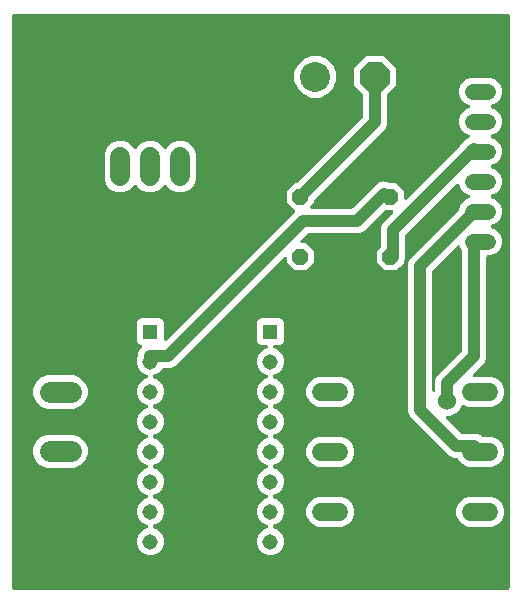
<source format=gbr>
G04 EAGLE Gerber RS-274X export*
G75*
%MOMM*%
%FSLAX34Y34*%
%LPD*%
%INBottom Copper*%
%IPPOS*%
%AMOC8*
5,1,8,0,0,1.08239X$1,22.5*%
G01*
%ADD10R,1.308000X1.308000*%
%ADD11C,1.308000*%
%ADD12C,2.540000*%
%ADD13P,2.749271X8X22.500000*%
%ADD14C,1.524000*%
%ADD15C,1.676400*%
%ADD16P,1.429621X8X22.500000*%
%ADD17C,1.320800*%
%ADD18C,1.790700*%
%ADD19C,1.016000*%
%ADD20C,1.524000*%

G36*
X417188Y22876D02*
X417188Y22876D01*
X417307Y22883D01*
X417345Y22896D01*
X417386Y22901D01*
X417496Y22944D01*
X417609Y22981D01*
X417644Y23003D01*
X417681Y23018D01*
X417777Y23087D01*
X417878Y23151D01*
X417906Y23181D01*
X417939Y23204D01*
X418015Y23296D01*
X418096Y23383D01*
X418116Y23418D01*
X418141Y23449D01*
X418192Y23557D01*
X418250Y23661D01*
X418260Y23701D01*
X418277Y23737D01*
X418299Y23854D01*
X418329Y23969D01*
X418333Y24029D01*
X418337Y24049D01*
X418335Y24070D01*
X418339Y24130D01*
X418339Y509170D01*
X418324Y509288D01*
X418317Y509407D01*
X418304Y509445D01*
X418299Y509486D01*
X418256Y509596D01*
X418219Y509709D01*
X418197Y509744D01*
X418182Y509781D01*
X418113Y509877D01*
X418049Y509978D01*
X418019Y510006D01*
X417996Y510039D01*
X417904Y510115D01*
X417817Y510196D01*
X417782Y510216D01*
X417751Y510241D01*
X417643Y510292D01*
X417539Y510350D01*
X417499Y510360D01*
X417463Y510377D01*
X417346Y510399D01*
X417231Y510429D01*
X417171Y510433D01*
X417151Y510437D01*
X417130Y510435D01*
X417070Y510439D01*
X121095Y510439D01*
X121009Y510429D01*
X120924Y510428D01*
X120790Y510401D01*
X120779Y510399D01*
X120775Y510398D01*
X120766Y510396D01*
X120353Y510285D01*
X108247Y510285D01*
X107834Y510396D01*
X107749Y510408D01*
X107666Y510429D01*
X107530Y510438D01*
X107519Y510439D01*
X107514Y510439D01*
X107505Y510439D01*
X-1270Y510439D01*
X-1388Y510424D01*
X-1507Y510417D01*
X-1545Y510404D01*
X-1586Y510399D01*
X-1696Y510356D01*
X-1809Y510319D01*
X-1844Y510297D01*
X-1881Y510282D01*
X-1977Y510213D01*
X-2078Y510149D01*
X-2106Y510119D01*
X-2139Y510096D01*
X-2215Y510004D01*
X-2296Y509917D01*
X-2316Y509882D01*
X-2341Y509851D01*
X-2392Y509743D01*
X-2450Y509639D01*
X-2460Y509599D01*
X-2477Y509563D01*
X-2499Y509446D01*
X-2529Y509331D01*
X-2533Y509271D01*
X-2537Y509251D01*
X-2535Y509230D01*
X-2539Y509170D01*
X-2539Y24130D01*
X-2524Y24012D01*
X-2517Y23893D01*
X-2504Y23855D01*
X-2499Y23814D01*
X-2456Y23704D01*
X-2419Y23591D01*
X-2397Y23556D01*
X-2382Y23519D01*
X-2313Y23423D01*
X-2249Y23322D01*
X-2219Y23294D01*
X-2196Y23261D01*
X-2104Y23185D01*
X-2017Y23104D01*
X-1982Y23084D01*
X-1951Y23059D01*
X-1843Y23008D01*
X-1739Y22950D01*
X-1699Y22940D01*
X-1663Y22923D01*
X-1546Y22901D01*
X-1431Y22871D01*
X-1371Y22867D01*
X-1351Y22863D01*
X-1330Y22865D01*
X-1270Y22861D01*
X417070Y22861D01*
X417188Y22876D01*
G37*
%LPC*%
G36*
X111988Y51879D02*
X111988Y51879D01*
X107717Y53648D01*
X104448Y56917D01*
X102679Y61188D01*
X102679Y65812D01*
X104448Y70083D01*
X107717Y73352D01*
X111763Y75027D01*
X111884Y75096D01*
X112007Y75161D01*
X112022Y75175D01*
X112039Y75185D01*
X112139Y75282D01*
X112242Y75375D01*
X112253Y75392D01*
X112268Y75406D01*
X112341Y75525D01*
X112417Y75641D01*
X112423Y75660D01*
X112434Y75677D01*
X112475Y75810D01*
X112520Y75942D01*
X112522Y75962D01*
X112528Y75981D01*
X112534Y76120D01*
X112545Y76259D01*
X112542Y76279D01*
X112543Y76299D01*
X112515Y76435D01*
X112491Y76572D01*
X112483Y76591D01*
X112478Y76610D01*
X112417Y76736D01*
X112360Y76862D01*
X112348Y76878D01*
X112339Y76896D01*
X112248Y77002D01*
X112162Y77110D01*
X112146Y77123D01*
X112132Y77138D01*
X112019Y77218D01*
X111908Y77302D01*
X111882Y77314D01*
X111872Y77321D01*
X111853Y77328D01*
X111763Y77373D01*
X107717Y79048D01*
X104448Y82317D01*
X102679Y86588D01*
X102679Y91212D01*
X104448Y95483D01*
X107717Y98752D01*
X111763Y100427D01*
X111884Y100496D01*
X112007Y100561D01*
X112022Y100575D01*
X112039Y100585D01*
X112139Y100682D01*
X112242Y100775D01*
X112253Y100792D01*
X112268Y100806D01*
X112341Y100925D01*
X112417Y101041D01*
X112423Y101060D01*
X112434Y101077D01*
X112475Y101210D01*
X112520Y101342D01*
X112522Y101362D01*
X112528Y101381D01*
X112534Y101520D01*
X112545Y101659D01*
X112542Y101679D01*
X112543Y101699D01*
X112515Y101835D01*
X112491Y101972D01*
X112483Y101991D01*
X112478Y102010D01*
X112417Y102136D01*
X112360Y102262D01*
X112348Y102278D01*
X112339Y102296D01*
X112248Y102402D01*
X112162Y102510D01*
X112146Y102523D01*
X112132Y102538D01*
X112019Y102618D01*
X111908Y102702D01*
X111882Y102714D01*
X111872Y102721D01*
X111853Y102728D01*
X111763Y102773D01*
X107717Y104448D01*
X104448Y107717D01*
X102679Y111988D01*
X102679Y116612D01*
X104448Y120883D01*
X107717Y124152D01*
X111763Y125827D01*
X111884Y125896D01*
X112007Y125961D01*
X112022Y125975D01*
X112039Y125985D01*
X112139Y126082D01*
X112242Y126175D01*
X112253Y126192D01*
X112268Y126206D01*
X112341Y126325D01*
X112417Y126441D01*
X112423Y126460D01*
X112434Y126477D01*
X112475Y126610D01*
X112520Y126742D01*
X112522Y126762D01*
X112528Y126781D01*
X112534Y126920D01*
X112545Y127059D01*
X112542Y127079D01*
X112543Y127099D01*
X112515Y127235D01*
X112491Y127372D01*
X112483Y127391D01*
X112478Y127410D01*
X112417Y127536D01*
X112360Y127662D01*
X112348Y127678D01*
X112339Y127696D01*
X112248Y127802D01*
X112162Y127910D01*
X112146Y127923D01*
X112132Y127938D01*
X112019Y128018D01*
X111908Y128102D01*
X111882Y128114D01*
X111872Y128121D01*
X111853Y128128D01*
X111763Y128173D01*
X107717Y129848D01*
X104448Y133117D01*
X102679Y137388D01*
X102679Y142012D01*
X104448Y146283D01*
X107717Y149552D01*
X111763Y151227D01*
X111884Y151296D01*
X112007Y151361D01*
X112022Y151375D01*
X112039Y151385D01*
X112139Y151482D01*
X112242Y151575D01*
X112253Y151592D01*
X112268Y151606D01*
X112341Y151725D01*
X112417Y151841D01*
X112423Y151860D01*
X112434Y151877D01*
X112475Y152010D01*
X112520Y152142D01*
X112522Y152162D01*
X112528Y152181D01*
X112534Y152320D01*
X112545Y152459D01*
X112542Y152479D01*
X112543Y152499D01*
X112515Y152635D01*
X112491Y152772D01*
X112483Y152791D01*
X112478Y152810D01*
X112417Y152936D01*
X112360Y153062D01*
X112348Y153078D01*
X112339Y153096D01*
X112248Y153202D01*
X112162Y153310D01*
X112146Y153323D01*
X112132Y153338D01*
X112019Y153418D01*
X111908Y153502D01*
X111882Y153514D01*
X111872Y153521D01*
X111853Y153528D01*
X111763Y153573D01*
X107717Y155248D01*
X104448Y158517D01*
X102679Y162788D01*
X102679Y167412D01*
X104448Y171683D01*
X107717Y174952D01*
X111763Y176627D01*
X111884Y176696D01*
X112007Y176761D01*
X112022Y176775D01*
X112039Y176785D01*
X112139Y176882D01*
X112242Y176975D01*
X112253Y176992D01*
X112268Y177006D01*
X112341Y177125D01*
X112417Y177241D01*
X112423Y177260D01*
X112434Y177277D01*
X112475Y177410D01*
X112520Y177542D01*
X112522Y177562D01*
X112528Y177581D01*
X112534Y177720D01*
X112545Y177859D01*
X112542Y177879D01*
X112543Y177899D01*
X112515Y178035D01*
X112491Y178172D01*
X112483Y178191D01*
X112478Y178210D01*
X112417Y178336D01*
X112360Y178462D01*
X112348Y178478D01*
X112339Y178496D01*
X112248Y178602D01*
X112162Y178710D01*
X112146Y178723D01*
X112132Y178738D01*
X112019Y178818D01*
X111908Y178902D01*
X111882Y178914D01*
X111872Y178921D01*
X111853Y178928D01*
X111763Y178973D01*
X107717Y180648D01*
X104448Y183917D01*
X102679Y188188D01*
X102679Y192812D01*
X104448Y197083D01*
X107717Y200352D01*
X111763Y202027D01*
X111884Y202096D01*
X112007Y202161D01*
X112022Y202175D01*
X112039Y202185D01*
X112139Y202282D01*
X112242Y202375D01*
X112253Y202392D01*
X112268Y202406D01*
X112341Y202525D01*
X112417Y202641D01*
X112423Y202660D01*
X112434Y202677D01*
X112475Y202810D01*
X112520Y202942D01*
X112522Y202962D01*
X112528Y202981D01*
X112534Y203120D01*
X112545Y203259D01*
X112542Y203279D01*
X112543Y203299D01*
X112515Y203435D01*
X112491Y203572D01*
X112483Y203591D01*
X112478Y203610D01*
X112417Y203736D01*
X112360Y203862D01*
X112348Y203878D01*
X112339Y203896D01*
X112248Y204002D01*
X112162Y204110D01*
X112146Y204123D01*
X112132Y204138D01*
X112019Y204218D01*
X111908Y204302D01*
X111882Y204314D01*
X111872Y204321D01*
X111853Y204328D01*
X111763Y204373D01*
X107717Y206048D01*
X104448Y209317D01*
X102679Y213588D01*
X102679Y218212D01*
X104043Y221503D01*
X104045Y221512D01*
X104050Y221520D01*
X104087Y221665D01*
X104127Y221810D01*
X104127Y221819D01*
X104129Y221828D01*
X104139Y221989D01*
X104139Y223001D01*
X105686Y226736D01*
X106736Y227785D01*
X106766Y227824D01*
X106803Y227858D01*
X106864Y227950D01*
X106931Y228037D01*
X106950Y228082D01*
X106978Y228124D01*
X107013Y228228D01*
X107057Y228328D01*
X107065Y228378D01*
X107081Y228424D01*
X107090Y228534D01*
X107107Y228643D01*
X107102Y228692D01*
X107106Y228742D01*
X107087Y228850D01*
X107077Y228959D01*
X107060Y229006D01*
X107052Y229055D01*
X107007Y229155D01*
X106970Y229258D01*
X106942Y229300D01*
X106921Y229345D01*
X106853Y229431D01*
X106791Y229522D01*
X106754Y229554D01*
X106723Y229593D01*
X106635Y229659D01*
X106553Y229732D01*
X106508Y229755D01*
X106469Y229785D01*
X106324Y229855D01*
X104882Y230453D01*
X103453Y231882D01*
X102679Y233749D01*
X102679Y248851D01*
X103453Y250718D01*
X104882Y252147D01*
X106749Y252921D01*
X121851Y252921D01*
X123718Y252147D01*
X125147Y250718D01*
X125921Y248851D01*
X125921Y234794D01*
X125938Y234657D01*
X125940Y234635D01*
X125943Y234589D01*
X125945Y234582D01*
X125951Y234518D01*
X125958Y234499D01*
X125961Y234479D01*
X126012Y234350D01*
X126059Y234219D01*
X126070Y234202D01*
X126078Y234183D01*
X126159Y234071D01*
X126237Y233956D01*
X126253Y233942D01*
X126264Y233926D01*
X126372Y233837D01*
X126476Y233745D01*
X126494Y233736D01*
X126509Y233723D01*
X126635Y233664D01*
X126759Y233601D01*
X126779Y233596D01*
X126797Y233588D01*
X126933Y233561D01*
X127069Y233531D01*
X127090Y233532D01*
X127109Y233528D01*
X127248Y233536D01*
X127387Y233541D01*
X127407Y233546D01*
X127427Y233547D01*
X127559Y233590D01*
X127693Y233629D01*
X127710Y233639D01*
X127729Y233646D01*
X127847Y233720D01*
X127967Y233791D01*
X127988Y233809D01*
X127998Y233816D01*
X128012Y233831D01*
X128087Y233897D01*
X235048Y340857D01*
X236385Y342195D01*
X236458Y342289D01*
X236537Y342378D01*
X236556Y342414D01*
X236580Y342446D01*
X236628Y342555D01*
X236682Y342661D01*
X236691Y342701D01*
X236707Y342738D01*
X236725Y342856D01*
X236751Y342972D01*
X236750Y343012D01*
X236757Y343052D01*
X236745Y343171D01*
X236742Y343290D01*
X236731Y343328D01*
X236727Y343369D01*
X236686Y343481D01*
X236653Y343595D01*
X236633Y343630D01*
X236619Y343668D01*
X236552Y343767D01*
X236492Y343869D01*
X236452Y343914D01*
X236441Y343931D01*
X236425Y343945D01*
X236385Y343990D01*
X229615Y350760D01*
X229615Y360440D01*
X236460Y367285D01*
X238090Y367285D01*
X238188Y367297D01*
X238287Y367300D01*
X238345Y367317D01*
X238405Y367325D01*
X238497Y367361D01*
X238592Y367389D01*
X238644Y367419D01*
X238701Y367442D01*
X238781Y367500D01*
X238866Y367550D01*
X238942Y367616D01*
X238958Y367628D01*
X238966Y367638D01*
X238987Y367656D01*
X294268Y422937D01*
X294328Y423015D01*
X294396Y423087D01*
X294425Y423140D01*
X294462Y423188D01*
X294502Y423279D01*
X294550Y423366D01*
X294565Y423424D01*
X294589Y423480D01*
X294604Y423578D01*
X294629Y423674D01*
X294635Y423774D01*
X294639Y423794D01*
X294637Y423806D01*
X294639Y423834D01*
X294639Y441689D01*
X294627Y441787D01*
X294624Y441886D01*
X294607Y441945D01*
X294599Y442005D01*
X294563Y442097D01*
X294535Y442192D01*
X294505Y442244D01*
X294482Y442300D01*
X294424Y442380D01*
X294374Y442466D01*
X294308Y442541D01*
X294296Y442558D01*
X294286Y442566D01*
X294268Y442587D01*
X287019Y449835D01*
X287019Y464565D01*
X297435Y474981D01*
X312165Y474981D01*
X322581Y464565D01*
X322581Y449835D01*
X315332Y442587D01*
X315272Y442508D01*
X315204Y442436D01*
X315175Y442383D01*
X315138Y442335D01*
X315098Y442244D01*
X315050Y442158D01*
X315035Y442099D01*
X315011Y442044D01*
X314996Y441946D01*
X314971Y441850D01*
X314965Y441750D01*
X314961Y441730D01*
X314963Y441717D01*
X314961Y441689D01*
X314961Y417079D01*
X313414Y413344D01*
X253356Y353287D01*
X253296Y353209D01*
X253228Y353137D01*
X253199Y353084D01*
X253162Y353036D01*
X253122Y352945D01*
X253074Y352858D01*
X253059Y352800D01*
X253035Y352744D01*
X253020Y352646D01*
X252995Y352550D01*
X252989Y352450D01*
X252985Y352430D01*
X252987Y352418D01*
X252985Y352390D01*
X252985Y350760D01*
X249832Y347607D01*
X249747Y347498D01*
X249658Y347391D01*
X249650Y347372D01*
X249637Y347356D01*
X249582Y347228D01*
X249523Y347103D01*
X249519Y347083D01*
X249511Y347064D01*
X249489Y346926D01*
X249463Y346790D01*
X249464Y346770D01*
X249461Y346750D01*
X249474Y346611D01*
X249483Y346473D01*
X249489Y346454D01*
X249491Y346434D01*
X249538Y346302D01*
X249581Y346171D01*
X249592Y346153D01*
X249598Y346134D01*
X249677Y346019D01*
X249751Y345902D01*
X249766Y345888D01*
X249777Y345871D01*
X249881Y345779D01*
X249983Y345684D01*
X250000Y345674D01*
X250015Y345661D01*
X250140Y345597D01*
X250261Y345530D01*
X250281Y345525D01*
X250299Y345516D01*
X250435Y345486D01*
X250569Y345451D01*
X250597Y345449D01*
X250609Y345446D01*
X250629Y345447D01*
X250730Y345441D01*
X284826Y345441D01*
X284924Y345453D01*
X285023Y345456D01*
X285081Y345473D01*
X285141Y345481D01*
X285233Y345517D01*
X285328Y345545D01*
X285380Y345575D01*
X285437Y345598D01*
X285517Y345656D01*
X285602Y345706D01*
X285678Y345772D01*
X285694Y345784D01*
X285702Y345794D01*
X285723Y345812D01*
X303924Y364013D01*
X304000Y364111D01*
X304080Y364204D01*
X304107Y364249D01*
X304119Y364264D01*
X304127Y364284D01*
X304161Y364343D01*
X304236Y364492D01*
X305456Y365550D01*
X305470Y365566D01*
X305522Y365612D01*
X306664Y366754D01*
X306818Y366817D01*
X306925Y366879D01*
X307036Y366934D01*
X307078Y366966D01*
X307094Y366975D01*
X307109Y366990D01*
X307164Y367031D01*
X307290Y367140D01*
X308822Y367651D01*
X308841Y367660D01*
X308906Y367683D01*
X310399Y368301D01*
X310565Y368301D01*
X310688Y368316D01*
X310811Y368325D01*
X310862Y368338D01*
X310881Y368341D01*
X310900Y368348D01*
X310967Y368366D01*
X311124Y368418D01*
X312736Y368304D01*
X312757Y368305D01*
X312825Y368301D01*
X314441Y368301D01*
X314595Y368237D01*
X314714Y368204D01*
X314831Y368165D01*
X314883Y368158D01*
X314901Y368153D01*
X314923Y368153D01*
X314991Y368144D01*
X315156Y368132D01*
X316583Y367419D01*
X316634Y367401D01*
X316682Y367374D01*
X316783Y367348D01*
X316883Y367313D01*
X316937Y367309D01*
X316990Y367295D01*
X317150Y367285D01*
X322340Y367285D01*
X329185Y360440D01*
X329185Y354238D01*
X329202Y354101D01*
X329215Y353962D01*
X329222Y353943D01*
X329225Y353923D01*
X329276Y353794D01*
X329323Y353663D01*
X329334Y353646D01*
X329342Y353627D01*
X329423Y353515D01*
X329501Y353400D01*
X329517Y353386D01*
X329528Y353370D01*
X329636Y353281D01*
X329740Y353189D01*
X329758Y353180D01*
X329773Y353167D01*
X329899Y353108D01*
X330023Y353045D01*
X330043Y353040D01*
X330061Y353032D01*
X330197Y353005D01*
X330333Y352975D01*
X330354Y352976D01*
X330373Y352972D01*
X330512Y352980D01*
X330651Y352985D01*
X330671Y352990D01*
X330691Y352991D01*
X330823Y353034D01*
X330957Y353073D01*
X330974Y353083D01*
X330993Y353090D01*
X331111Y353164D01*
X331231Y353235D01*
X331252Y353253D01*
X331262Y353260D01*
X331276Y353275D01*
X331351Y353341D01*
X376206Y398196D01*
X376212Y398203D01*
X376219Y398209D01*
X376309Y398328D01*
X376401Y398447D01*
X376405Y398455D01*
X376410Y398463D01*
X376481Y398607D01*
X377190Y400319D01*
X380477Y403606D01*
X382189Y404315D01*
X382197Y404319D01*
X382206Y404322D01*
X382335Y404398D01*
X382465Y404472D01*
X382472Y404479D01*
X382480Y404484D01*
X382601Y404590D01*
X382864Y404854D01*
X383018Y404917D01*
X383125Y404979D01*
X383236Y405034D01*
X383278Y405066D01*
X383294Y405075D01*
X383309Y405090D01*
X383364Y405131D01*
X383490Y405240D01*
X383883Y405372D01*
X383906Y405382D01*
X383930Y405388D01*
X384049Y405451D01*
X384170Y405509D01*
X384189Y405525D01*
X384211Y405537D01*
X384311Y405627D01*
X384414Y405714D01*
X384428Y405734D01*
X384447Y405751D01*
X384521Y405863D01*
X384599Y405972D01*
X384608Y405996D01*
X384622Y406017D01*
X384665Y406144D01*
X384714Y406269D01*
X384717Y406294D01*
X384725Y406317D01*
X384735Y406451D01*
X384751Y406585D01*
X384748Y406609D01*
X384750Y406634D01*
X384727Y406767D01*
X384709Y406900D01*
X384700Y406923D01*
X384696Y406948D01*
X384640Y407070D01*
X384590Y407195D01*
X384575Y407215D01*
X384565Y407238D01*
X384481Y407343D01*
X384401Y407451D01*
X384382Y407467D01*
X384366Y407486D01*
X384259Y407567D01*
X384155Y407652D01*
X384132Y407662D01*
X384112Y407677D01*
X383968Y407748D01*
X380477Y409194D01*
X377190Y412481D01*
X375411Y416776D01*
X375411Y421424D01*
X377190Y425719D01*
X380477Y429006D01*
X384392Y430627D01*
X384512Y430696D01*
X384636Y430761D01*
X384650Y430775D01*
X384668Y430785D01*
X384768Y430882D01*
X384871Y430975D01*
X384882Y430992D01*
X384897Y431006D01*
X384969Y431124D01*
X385046Y431241D01*
X385052Y431260D01*
X385063Y431277D01*
X385104Y431410D01*
X385149Y431542D01*
X385150Y431562D01*
X385156Y431581D01*
X385163Y431720D01*
X385174Y431859D01*
X385171Y431879D01*
X385172Y431899D01*
X385143Y432035D01*
X385120Y432172D01*
X385111Y432190D01*
X385107Y432210D01*
X385046Y432336D01*
X384989Y432462D01*
X384976Y432478D01*
X384968Y432496D01*
X384877Y432602D01*
X384790Y432710D01*
X384774Y432723D01*
X384761Y432738D01*
X384647Y432818D01*
X384536Y432902D01*
X384511Y432914D01*
X384501Y432921D01*
X384482Y432928D01*
X384392Y432973D01*
X380477Y434594D01*
X377190Y437881D01*
X375411Y442176D01*
X375411Y446824D01*
X377190Y451119D01*
X380477Y454406D01*
X384772Y456185D01*
X402628Y456185D01*
X406923Y454406D01*
X410210Y451119D01*
X411989Y446824D01*
X411989Y442176D01*
X410210Y437881D01*
X406923Y434594D01*
X403008Y432973D01*
X402887Y432904D01*
X402764Y432839D01*
X402749Y432825D01*
X402732Y432815D01*
X402632Y432718D01*
X402529Y432625D01*
X402518Y432608D01*
X402503Y432594D01*
X402431Y432475D01*
X402354Y432359D01*
X402348Y432340D01*
X402337Y432323D01*
X402296Y432190D01*
X402251Y432058D01*
X402250Y432038D01*
X402244Y432019D01*
X402237Y431880D01*
X402226Y431741D01*
X402229Y431721D01*
X402228Y431701D01*
X402257Y431565D01*
X402280Y431428D01*
X402289Y431409D01*
X402293Y431390D01*
X402354Y431264D01*
X402411Y431138D01*
X402424Y431122D01*
X402432Y431104D01*
X402523Y430998D01*
X402610Y430890D01*
X402626Y430877D01*
X402639Y430862D01*
X402753Y430782D01*
X402864Y430698D01*
X402889Y430686D01*
X402899Y430679D01*
X402918Y430672D01*
X403008Y430627D01*
X406923Y429006D01*
X410210Y425719D01*
X411989Y421424D01*
X411989Y416776D01*
X410210Y412481D01*
X406923Y409194D01*
X403008Y407573D01*
X402887Y407504D01*
X402764Y407439D01*
X402749Y407425D01*
X402732Y407415D01*
X402632Y407318D01*
X402529Y407225D01*
X402518Y407208D01*
X402503Y407194D01*
X402431Y407075D01*
X402354Y406959D01*
X402348Y406940D01*
X402337Y406923D01*
X402296Y406790D01*
X402251Y406658D01*
X402250Y406638D01*
X402244Y406619D01*
X402237Y406480D01*
X402226Y406341D01*
X402229Y406321D01*
X402228Y406301D01*
X402257Y406165D01*
X402280Y406028D01*
X402289Y406009D01*
X402293Y405990D01*
X402354Y405864D01*
X402411Y405738D01*
X402424Y405722D01*
X402432Y405704D01*
X402523Y405598D01*
X402610Y405490D01*
X402626Y405477D01*
X402639Y405462D01*
X402753Y405382D01*
X402864Y405298D01*
X402889Y405286D01*
X402899Y405279D01*
X402918Y405272D01*
X403008Y405227D01*
X406923Y403606D01*
X410210Y400319D01*
X411989Y396024D01*
X411989Y391376D01*
X410210Y387081D01*
X406923Y383794D01*
X403008Y382173D01*
X402887Y382104D01*
X402764Y382039D01*
X402749Y382025D01*
X402732Y382015D01*
X402632Y381918D01*
X402529Y381825D01*
X402518Y381808D01*
X402503Y381794D01*
X402431Y381675D01*
X402354Y381559D01*
X402348Y381540D01*
X402337Y381523D01*
X402296Y381390D01*
X402251Y381258D01*
X402250Y381238D01*
X402244Y381219D01*
X402237Y381080D01*
X402226Y380941D01*
X402229Y380921D01*
X402228Y380901D01*
X402257Y380765D01*
X402280Y380628D01*
X402289Y380609D01*
X402293Y380590D01*
X402354Y380464D01*
X402411Y380338D01*
X402424Y380322D01*
X402432Y380304D01*
X402523Y380198D01*
X402610Y380090D01*
X402626Y380077D01*
X402639Y380062D01*
X402753Y379982D01*
X402864Y379898D01*
X402889Y379886D01*
X402899Y379879D01*
X402918Y379872D01*
X403008Y379827D01*
X406923Y378206D01*
X410210Y374919D01*
X411989Y370624D01*
X411989Y365976D01*
X410210Y361681D01*
X406923Y358394D01*
X403008Y356773D01*
X402887Y356704D01*
X402764Y356639D01*
X402749Y356625D01*
X402732Y356615D01*
X402632Y356518D01*
X402529Y356425D01*
X402518Y356408D01*
X402503Y356394D01*
X402431Y356275D01*
X402354Y356159D01*
X402348Y356140D01*
X402337Y356123D01*
X402296Y355990D01*
X402251Y355858D01*
X402250Y355838D01*
X402244Y355819D01*
X402237Y355680D01*
X402226Y355541D01*
X402229Y355521D01*
X402228Y355501D01*
X402257Y355365D01*
X402280Y355228D01*
X402289Y355209D01*
X402293Y355190D01*
X402354Y355064D01*
X402411Y354938D01*
X402424Y354922D01*
X402432Y354904D01*
X402523Y354798D01*
X402610Y354690D01*
X402626Y354677D01*
X402639Y354662D01*
X402753Y354582D01*
X402864Y354498D01*
X402889Y354486D01*
X402899Y354479D01*
X402918Y354472D01*
X403008Y354427D01*
X406923Y352806D01*
X410210Y349519D01*
X411989Y345224D01*
X411989Y340576D01*
X410210Y336281D01*
X406923Y332994D01*
X403008Y331373D01*
X402887Y331304D01*
X402764Y331239D01*
X402749Y331225D01*
X402732Y331215D01*
X402632Y331118D01*
X402529Y331025D01*
X402518Y331008D01*
X402503Y330994D01*
X402431Y330875D01*
X402354Y330759D01*
X402348Y330740D01*
X402337Y330723D01*
X402296Y330590D01*
X402251Y330458D01*
X402250Y330438D01*
X402244Y330419D01*
X402237Y330280D01*
X402226Y330141D01*
X402229Y330121D01*
X402228Y330101D01*
X402257Y329965D01*
X402280Y329828D01*
X402289Y329809D01*
X402293Y329790D01*
X402354Y329664D01*
X402411Y329538D01*
X402424Y329522D01*
X402432Y329504D01*
X402523Y329398D01*
X402610Y329290D01*
X402626Y329277D01*
X402639Y329262D01*
X402753Y329182D01*
X402864Y329098D01*
X402889Y329086D01*
X402899Y329079D01*
X402918Y329072D01*
X403008Y329027D01*
X406923Y327406D01*
X410210Y324119D01*
X411989Y319824D01*
X411989Y315176D01*
X410210Y310881D01*
X406923Y307594D01*
X402628Y305815D01*
X400050Y305815D01*
X399932Y305800D01*
X399813Y305793D01*
X399775Y305780D01*
X399734Y305775D01*
X399624Y305732D01*
X399511Y305695D01*
X399476Y305673D01*
X399439Y305658D01*
X399343Y305589D01*
X399242Y305525D01*
X399214Y305495D01*
X399181Y305472D01*
X399105Y305380D01*
X399024Y305293D01*
X399004Y305258D01*
X398979Y305227D01*
X398928Y305119D01*
X398870Y305015D01*
X398860Y304975D01*
X398843Y304939D01*
X398821Y304822D01*
X398791Y304707D01*
X398787Y304647D01*
X398783Y304627D01*
X398785Y304606D01*
X398781Y304546D01*
X398781Y218959D01*
X397234Y215224D01*
X387377Y205367D01*
X387292Y205258D01*
X387203Y205151D01*
X387194Y205132D01*
X387182Y205116D01*
X387127Y204988D01*
X387068Y204863D01*
X387064Y204843D01*
X387056Y204824D01*
X387034Y204686D01*
X387008Y204550D01*
X387009Y204530D01*
X387006Y204510D01*
X387019Y204371D01*
X387027Y204233D01*
X387034Y204214D01*
X387036Y204194D01*
X387083Y204062D01*
X387126Y203931D01*
X387136Y203913D01*
X387143Y203894D01*
X387221Y203779D01*
X387296Y203662D01*
X387310Y203648D01*
X387322Y203631D01*
X387426Y203539D01*
X387527Y203444D01*
X387545Y203434D01*
X387560Y203421D01*
X387684Y203357D01*
X387806Y203290D01*
X387825Y203285D01*
X387843Y203276D01*
X387979Y203246D01*
X388114Y203211D01*
X388142Y203209D01*
X388154Y203206D01*
X388174Y203207D01*
X388274Y203201D01*
X403846Y203201D01*
X408514Y201267D01*
X412087Y197694D01*
X414021Y193026D01*
X414021Y187974D01*
X412087Y183306D01*
X408514Y179733D01*
X403846Y177799D01*
X383554Y177799D01*
X379476Y179488D01*
X379361Y179520D01*
X379249Y179558D01*
X379208Y179562D01*
X379169Y179572D01*
X379050Y179574D01*
X378932Y179584D01*
X378892Y179577D01*
X378851Y179577D01*
X378736Y179550D01*
X378618Y179529D01*
X378581Y179513D01*
X378542Y179503D01*
X378437Y179447D01*
X378328Y179399D01*
X378297Y179373D01*
X378261Y179354D01*
X378173Y179274D01*
X378080Y179200D01*
X378056Y179168D01*
X378026Y179140D01*
X377960Y179041D01*
X377889Y178946D01*
X377862Y178892D01*
X377851Y178875D01*
X377844Y178855D01*
X377818Y178801D01*
X376527Y175686D01*
X372954Y172113D01*
X368286Y170179D01*
X365414Y170179D01*
X365277Y170162D01*
X365138Y170149D01*
X365119Y170142D01*
X365099Y170139D01*
X364970Y170088D01*
X364839Y170041D01*
X364822Y170030D01*
X364803Y170022D01*
X364691Y169941D01*
X364576Y169863D01*
X364562Y169847D01*
X364546Y169836D01*
X364457Y169728D01*
X364365Y169624D01*
X364356Y169606D01*
X364343Y169591D01*
X364284Y169465D01*
X364221Y169341D01*
X364216Y169321D01*
X364208Y169303D01*
X364181Y169167D01*
X364151Y169031D01*
X364152Y169010D01*
X364148Y168991D01*
X364156Y168852D01*
X364161Y168713D01*
X364166Y168693D01*
X364167Y168673D01*
X364210Y168541D01*
X364249Y168407D01*
X364259Y168390D01*
X364266Y168371D01*
X364340Y168253D01*
X364411Y168133D01*
X364429Y168112D01*
X364436Y168102D01*
X364451Y168088D01*
X364517Y168013D01*
X377217Y155312D01*
X377295Y155252D01*
X377367Y155184D01*
X377420Y155155D01*
X377468Y155118D01*
X377559Y155078D01*
X377646Y155030D01*
X377704Y155015D01*
X377760Y154991D01*
X377858Y154976D01*
X377954Y154951D01*
X378054Y154945D01*
X378074Y154941D01*
X378086Y154943D01*
X378114Y154941D01*
X390641Y154941D01*
X394376Y153394D01*
X394997Y152772D01*
X395075Y152712D01*
X395147Y152644D01*
X395200Y152615D01*
X395248Y152578D01*
X395339Y152538D01*
X395426Y152490D01*
X395484Y152475D01*
X395540Y152451D01*
X395638Y152436D01*
X395734Y152411D01*
X395834Y152405D01*
X395854Y152401D01*
X395866Y152403D01*
X395894Y152401D01*
X403846Y152401D01*
X408514Y150467D01*
X412087Y146894D01*
X414021Y142226D01*
X414021Y137174D01*
X412087Y132506D01*
X408514Y128933D01*
X403846Y126999D01*
X383554Y126999D01*
X378886Y128933D01*
X375313Y132506D01*
X374762Y133836D01*
X374747Y133861D01*
X374738Y133889D01*
X374669Y133999D01*
X374604Y134112D01*
X374584Y134133D01*
X374568Y134158D01*
X374473Y134247D01*
X374383Y134340D01*
X374358Y134356D01*
X374336Y134376D01*
X374223Y134439D01*
X374112Y134507D01*
X374084Y134515D01*
X374058Y134530D01*
X373932Y134562D01*
X373808Y134600D01*
X373779Y134602D01*
X373750Y134609D01*
X373589Y134619D01*
X371359Y134619D01*
X367624Y136166D01*
X334286Y169504D01*
X332739Y173239D01*
X332739Y299201D01*
X334286Y302936D01*
X375040Y343689D01*
X375100Y343767D01*
X375168Y343839D01*
X375197Y343892D01*
X375234Y343940D01*
X375274Y344031D01*
X375322Y344118D01*
X375337Y344176D01*
X375361Y344232D01*
X375376Y344330D01*
X375401Y344426D01*
X375407Y344526D01*
X375411Y344546D01*
X375409Y344558D01*
X375411Y344586D01*
X375411Y345224D01*
X377190Y349519D01*
X380477Y352806D01*
X384392Y354427D01*
X384512Y354496D01*
X384636Y354561D01*
X384650Y354575D01*
X384668Y354585D01*
X384768Y354682D01*
X384871Y354775D01*
X384882Y354792D01*
X384897Y354806D01*
X384969Y354924D01*
X385046Y355041D01*
X385052Y355060D01*
X385063Y355077D01*
X385104Y355210D01*
X385149Y355342D01*
X385150Y355362D01*
X385156Y355381D01*
X385163Y355520D01*
X385174Y355659D01*
X385171Y355679D01*
X385172Y355699D01*
X385143Y355835D01*
X385120Y355972D01*
X385111Y355990D01*
X385107Y356010D01*
X385046Y356136D01*
X384989Y356262D01*
X384976Y356278D01*
X384968Y356296D01*
X384877Y356402D01*
X384790Y356510D01*
X384774Y356523D01*
X384761Y356538D01*
X384647Y356618D01*
X384536Y356702D01*
X384511Y356714D01*
X384501Y356721D01*
X384482Y356728D01*
X384392Y356773D01*
X380477Y358394D01*
X377190Y361681D01*
X375351Y366120D01*
X375327Y366163D01*
X375310Y366210D01*
X375248Y366301D01*
X375194Y366396D01*
X375159Y366432D01*
X375131Y366473D01*
X375049Y366546D01*
X374973Y366625D01*
X374930Y366651D01*
X374893Y366684D01*
X374795Y366734D01*
X374702Y366791D01*
X374654Y366806D01*
X374610Y366828D01*
X374503Y366852D01*
X374398Y366885D01*
X374348Y366887D01*
X374300Y366898D01*
X374190Y366895D01*
X374080Y366900D01*
X374031Y366890D01*
X373982Y366888D01*
X373876Y366858D01*
X373768Y366835D01*
X373724Y366814D01*
X373676Y366800D01*
X373582Y366744D01*
X373483Y366696D01*
X373445Y366664D01*
X373402Y366638D01*
X373281Y366532D01*
X330572Y323823D01*
X330512Y323745D01*
X330444Y323673D01*
X330415Y323620D01*
X330378Y323572D01*
X330338Y323481D01*
X330290Y323394D01*
X330275Y323336D01*
X330251Y323280D01*
X330236Y323182D01*
X330211Y323086D01*
X330205Y322986D01*
X330201Y322966D01*
X330203Y322954D01*
X330201Y322926D01*
X330201Y302779D01*
X329281Y300559D01*
X329279Y300550D01*
X329274Y300542D01*
X329237Y300397D01*
X329197Y300253D01*
X329197Y300243D01*
X329195Y300234D01*
X329185Y300074D01*
X329185Y299960D01*
X329104Y299880D01*
X329099Y299872D01*
X329091Y299867D01*
X329001Y299747D01*
X328910Y299628D01*
X328906Y299620D01*
X328900Y299613D01*
X328829Y299468D01*
X328654Y299044D01*
X325796Y296186D01*
X325372Y296011D01*
X325364Y296006D01*
X325355Y296003D01*
X325227Y295928D01*
X325096Y295853D01*
X325089Y295847D01*
X325081Y295842D01*
X324960Y295736D01*
X322340Y293115D01*
X312660Y293115D01*
X305815Y299960D01*
X305815Y309640D01*
X309508Y313332D01*
X309568Y313410D01*
X309636Y313483D01*
X309665Y313536D01*
X309702Y313583D01*
X309742Y313674D01*
X309790Y313761D01*
X309805Y313820D01*
X309829Y313875D01*
X309844Y313973D01*
X309869Y314069D01*
X309875Y314169D01*
X309879Y314189D01*
X309877Y314202D01*
X309879Y314230D01*
X309879Y329681D01*
X311426Y333416D01*
X319759Y341749D01*
X319844Y341858D01*
X319933Y341965D01*
X319942Y341984D01*
X319954Y342000D01*
X320009Y342128D01*
X320068Y342253D01*
X320072Y342273D01*
X320080Y342292D01*
X320102Y342430D01*
X320128Y342566D01*
X320127Y342586D01*
X320130Y342606D01*
X320117Y342745D01*
X320109Y342883D01*
X320102Y342902D01*
X320100Y342922D01*
X320053Y343054D01*
X320010Y343185D01*
X320000Y343203D01*
X319993Y343222D01*
X319915Y343337D01*
X319840Y343454D01*
X319826Y343468D01*
X319814Y343485D01*
X319710Y343577D01*
X319609Y343672D01*
X319591Y343682D01*
X319576Y343695D01*
X319452Y343759D01*
X319330Y343826D01*
X319311Y343831D01*
X319293Y343840D01*
X319157Y343870D01*
X319022Y343905D01*
X318994Y343907D01*
X318982Y343910D01*
X318962Y343909D01*
X318862Y343915D01*
X313090Y343915D01*
X312992Y343903D01*
X312893Y343900D01*
X312835Y343883D01*
X312775Y343875D01*
X312683Y343839D01*
X312588Y343811D01*
X312536Y343781D01*
X312479Y343758D01*
X312399Y343700D01*
X312314Y343650D01*
X312238Y343584D01*
X312222Y343572D01*
X312214Y343562D01*
X312193Y343544D01*
X295316Y326666D01*
X291581Y325119D01*
X248574Y325119D01*
X248476Y325107D01*
X248377Y325104D01*
X248319Y325087D01*
X248259Y325079D01*
X248167Y325043D01*
X248072Y325015D01*
X248020Y324985D01*
X247963Y324962D01*
X247883Y324904D01*
X247798Y324854D01*
X247722Y324788D01*
X247706Y324776D01*
X247698Y324766D01*
X247677Y324748D01*
X241581Y318651D01*
X241496Y318542D01*
X241407Y318435D01*
X241398Y318416D01*
X241386Y318400D01*
X241331Y318272D01*
X241272Y318147D01*
X241268Y318127D01*
X241260Y318108D01*
X241238Y317970D01*
X241212Y317834D01*
X241213Y317814D01*
X241210Y317794D01*
X241223Y317655D01*
X241231Y317517D01*
X241238Y317498D01*
X241240Y317478D01*
X241287Y317346D01*
X241330Y317215D01*
X241340Y317197D01*
X241347Y317178D01*
X241425Y317063D01*
X241500Y316946D01*
X241514Y316932D01*
X241526Y316915D01*
X241630Y316823D01*
X241731Y316728D01*
X241749Y316718D01*
X241764Y316705D01*
X241888Y316641D01*
X242010Y316574D01*
X242029Y316569D01*
X242047Y316560D01*
X242183Y316530D01*
X242318Y316495D01*
X242346Y316493D01*
X242358Y316490D01*
X242378Y316491D01*
X242478Y316485D01*
X246140Y316485D01*
X252985Y309640D01*
X252985Y299960D01*
X246140Y293115D01*
X236460Y293115D01*
X229615Y299960D01*
X229615Y303622D01*
X229598Y303759D01*
X229585Y303898D01*
X229578Y303917D01*
X229575Y303937D01*
X229524Y304066D01*
X229477Y304197D01*
X229466Y304214D01*
X229458Y304233D01*
X229377Y304345D01*
X229299Y304460D01*
X229283Y304474D01*
X229272Y304490D01*
X229164Y304579D01*
X229060Y304671D01*
X229042Y304680D01*
X229027Y304693D01*
X228901Y304752D01*
X228777Y304815D01*
X228757Y304820D01*
X228739Y304828D01*
X228603Y304855D01*
X228467Y304885D01*
X228446Y304884D01*
X228427Y304888D01*
X228288Y304880D01*
X228149Y304875D01*
X228129Y304870D01*
X228109Y304869D01*
X227977Y304826D01*
X227843Y304787D01*
X227826Y304777D01*
X227807Y304770D01*
X227689Y304696D01*
X227569Y304625D01*
X227548Y304607D01*
X227538Y304600D01*
X227524Y304585D01*
X227449Y304519D01*
X135296Y212366D01*
X131561Y210819D01*
X125622Y210819D01*
X125592Y210816D01*
X125563Y210818D01*
X125435Y210796D01*
X125306Y210779D01*
X125279Y210769D01*
X125250Y210764D01*
X125131Y210710D01*
X125011Y210662D01*
X124987Y210645D01*
X124960Y210633D01*
X124858Y210552D01*
X124753Y210476D01*
X124734Y210453D01*
X124711Y210434D01*
X124633Y210331D01*
X124550Y210231D01*
X124538Y210204D01*
X124520Y210180D01*
X124449Y210036D01*
X124152Y209317D01*
X120883Y206048D01*
X116837Y204373D01*
X116716Y204304D01*
X116593Y204239D01*
X116578Y204225D01*
X116561Y204215D01*
X116461Y204118D01*
X116358Y204025D01*
X116347Y204008D01*
X116332Y203994D01*
X116260Y203876D01*
X116183Y203759D01*
X116177Y203740D01*
X116166Y203723D01*
X116125Y203590D01*
X116080Y203458D01*
X116078Y203438D01*
X116072Y203419D01*
X116066Y203280D01*
X116055Y203141D01*
X116058Y203121D01*
X116057Y203101D01*
X116085Y202965D01*
X116109Y202828D01*
X116117Y202809D01*
X116122Y202790D01*
X116183Y202665D01*
X116240Y202538D01*
X116252Y202522D01*
X116261Y202504D01*
X116352Y202398D01*
X116438Y202290D01*
X116454Y202277D01*
X116468Y202262D01*
X116581Y202182D01*
X116692Y202098D01*
X116718Y202086D01*
X116728Y202079D01*
X116747Y202072D01*
X116837Y202027D01*
X120883Y200352D01*
X124152Y197083D01*
X125921Y192812D01*
X125921Y188188D01*
X124152Y183917D01*
X120883Y180648D01*
X116837Y178973D01*
X116716Y178904D01*
X116593Y178839D01*
X116578Y178825D01*
X116561Y178815D01*
X116461Y178718D01*
X116358Y178625D01*
X116347Y178608D01*
X116332Y178594D01*
X116260Y178476D01*
X116183Y178359D01*
X116177Y178340D01*
X116166Y178323D01*
X116125Y178190D01*
X116080Y178058D01*
X116078Y178038D01*
X116072Y178019D01*
X116066Y177880D01*
X116055Y177741D01*
X116058Y177721D01*
X116057Y177701D01*
X116085Y177564D01*
X116109Y177428D01*
X116117Y177409D01*
X116122Y177390D01*
X116183Y177265D01*
X116240Y177138D01*
X116252Y177122D01*
X116261Y177104D01*
X116352Y176998D01*
X116438Y176890D01*
X116454Y176877D01*
X116468Y176862D01*
X116581Y176782D01*
X116692Y176698D01*
X116718Y176686D01*
X116728Y176679D01*
X116747Y176672D01*
X116837Y176627D01*
X120883Y174952D01*
X124152Y171683D01*
X125921Y167412D01*
X125921Y162788D01*
X124152Y158517D01*
X120883Y155248D01*
X116837Y153573D01*
X116716Y153504D01*
X116593Y153439D01*
X116578Y153425D01*
X116561Y153415D01*
X116461Y153318D01*
X116358Y153225D01*
X116347Y153208D01*
X116332Y153194D01*
X116260Y153076D01*
X116183Y152959D01*
X116177Y152940D01*
X116166Y152923D01*
X116125Y152790D01*
X116080Y152658D01*
X116078Y152638D01*
X116072Y152619D01*
X116066Y152480D01*
X116055Y152341D01*
X116058Y152321D01*
X116057Y152301D01*
X116085Y152165D01*
X116109Y152028D01*
X116117Y152009D01*
X116122Y151990D01*
X116183Y151865D01*
X116240Y151738D01*
X116252Y151722D01*
X116261Y151704D01*
X116352Y151598D01*
X116438Y151490D01*
X116454Y151477D01*
X116468Y151462D01*
X116581Y151382D01*
X116692Y151298D01*
X116718Y151286D01*
X116728Y151279D01*
X116747Y151272D01*
X116837Y151227D01*
X120883Y149552D01*
X124152Y146283D01*
X125921Y142012D01*
X125921Y137388D01*
X124152Y133117D01*
X120883Y129848D01*
X116837Y128173D01*
X116716Y128104D01*
X116593Y128039D01*
X116578Y128025D01*
X116561Y128015D01*
X116461Y127918D01*
X116358Y127825D01*
X116347Y127808D01*
X116332Y127794D01*
X116260Y127676D01*
X116183Y127559D01*
X116177Y127540D01*
X116166Y127523D01*
X116125Y127390D01*
X116080Y127258D01*
X116078Y127238D01*
X116072Y127219D01*
X116066Y127080D01*
X116055Y126941D01*
X116058Y126921D01*
X116057Y126901D01*
X116085Y126764D01*
X116109Y126628D01*
X116117Y126609D01*
X116122Y126590D01*
X116183Y126464D01*
X116240Y126338D01*
X116252Y126322D01*
X116261Y126304D01*
X116352Y126198D01*
X116438Y126090D01*
X116454Y126077D01*
X116468Y126062D01*
X116581Y125982D01*
X116692Y125898D01*
X116718Y125886D01*
X116728Y125879D01*
X116747Y125872D01*
X116837Y125827D01*
X120883Y124152D01*
X124152Y120883D01*
X125921Y116612D01*
X125921Y111988D01*
X124152Y107717D01*
X120883Y104448D01*
X116837Y102773D01*
X116716Y102704D01*
X116593Y102639D01*
X116578Y102625D01*
X116561Y102615D01*
X116461Y102518D01*
X116358Y102425D01*
X116347Y102408D01*
X116332Y102394D01*
X116260Y102276D01*
X116183Y102159D01*
X116177Y102140D01*
X116166Y102123D01*
X116125Y101990D01*
X116080Y101858D01*
X116078Y101838D01*
X116072Y101819D01*
X116066Y101680D01*
X116055Y101541D01*
X116058Y101521D01*
X116057Y101501D01*
X116085Y101365D01*
X116109Y101228D01*
X116117Y101209D01*
X116122Y101190D01*
X116183Y101065D01*
X116240Y100938D01*
X116252Y100922D01*
X116261Y100904D01*
X116352Y100798D01*
X116438Y100690D01*
X116454Y100677D01*
X116468Y100662D01*
X116581Y100582D01*
X116692Y100498D01*
X116718Y100486D01*
X116728Y100479D01*
X116747Y100472D01*
X116837Y100427D01*
X120883Y98752D01*
X124152Y95483D01*
X125921Y91212D01*
X125921Y86588D01*
X124152Y82317D01*
X120883Y79048D01*
X116837Y77373D01*
X116716Y77304D01*
X116593Y77239D01*
X116578Y77225D01*
X116561Y77215D01*
X116461Y77118D01*
X116358Y77025D01*
X116347Y77008D01*
X116332Y76994D01*
X116260Y76876D01*
X116183Y76759D01*
X116177Y76740D01*
X116166Y76723D01*
X116125Y76590D01*
X116080Y76458D01*
X116078Y76438D01*
X116072Y76419D01*
X116066Y76280D01*
X116055Y76141D01*
X116058Y76121D01*
X116057Y76101D01*
X116085Y75964D01*
X116109Y75828D01*
X116117Y75809D01*
X116122Y75790D01*
X116183Y75665D01*
X116240Y75538D01*
X116252Y75522D01*
X116261Y75504D01*
X116352Y75398D01*
X116438Y75290D01*
X116454Y75277D01*
X116468Y75262D01*
X116581Y75182D01*
X116692Y75098D01*
X116718Y75086D01*
X116728Y75079D01*
X116747Y75072D01*
X116837Y75027D01*
X120883Y73352D01*
X124152Y70083D01*
X125921Y65812D01*
X125921Y61188D01*
X124152Y56917D01*
X120883Y53648D01*
X116612Y51879D01*
X111988Y51879D01*
G37*
%LPD*%
%LPC*%
G36*
X213588Y51879D02*
X213588Y51879D01*
X209317Y53648D01*
X206048Y56917D01*
X204279Y61188D01*
X204279Y65812D01*
X206048Y70083D01*
X209317Y73352D01*
X213363Y75027D01*
X213484Y75096D01*
X213607Y75161D01*
X213622Y75175D01*
X213639Y75185D01*
X213739Y75282D01*
X213842Y75375D01*
X213853Y75392D01*
X213868Y75406D01*
X213941Y75525D01*
X214017Y75641D01*
X214023Y75660D01*
X214034Y75677D01*
X214075Y75810D01*
X214120Y75942D01*
X214122Y75962D01*
X214128Y75981D01*
X214134Y76120D01*
X214145Y76259D01*
X214142Y76279D01*
X214143Y76299D01*
X214115Y76435D01*
X214091Y76572D01*
X214083Y76591D01*
X214078Y76610D01*
X214017Y76736D01*
X213960Y76862D01*
X213948Y76878D01*
X213939Y76896D01*
X213848Y77002D01*
X213762Y77110D01*
X213746Y77123D01*
X213732Y77138D01*
X213619Y77218D01*
X213508Y77302D01*
X213482Y77314D01*
X213472Y77321D01*
X213453Y77328D01*
X213363Y77373D01*
X209317Y79048D01*
X206048Y82317D01*
X204279Y86588D01*
X204279Y91212D01*
X206048Y95483D01*
X209317Y98752D01*
X213363Y100427D01*
X213484Y100496D01*
X213607Y100561D01*
X213622Y100575D01*
X213639Y100585D01*
X213739Y100682D01*
X213842Y100775D01*
X213853Y100792D01*
X213868Y100806D01*
X213941Y100925D01*
X214017Y101041D01*
X214023Y101060D01*
X214034Y101077D01*
X214075Y101210D01*
X214120Y101342D01*
X214122Y101362D01*
X214128Y101381D01*
X214134Y101520D01*
X214145Y101659D01*
X214142Y101679D01*
X214143Y101699D01*
X214115Y101835D01*
X214091Y101972D01*
X214083Y101991D01*
X214078Y102010D01*
X214017Y102136D01*
X213960Y102262D01*
X213948Y102278D01*
X213939Y102296D01*
X213848Y102402D01*
X213762Y102510D01*
X213746Y102523D01*
X213732Y102538D01*
X213619Y102618D01*
X213508Y102702D01*
X213482Y102714D01*
X213472Y102721D01*
X213453Y102728D01*
X213363Y102773D01*
X209317Y104448D01*
X206048Y107717D01*
X204279Y111988D01*
X204279Y116612D01*
X206048Y120883D01*
X209317Y124152D01*
X213363Y125827D01*
X213484Y125896D01*
X213607Y125961D01*
X213622Y125975D01*
X213639Y125985D01*
X213739Y126082D01*
X213842Y126175D01*
X213853Y126192D01*
X213868Y126206D01*
X213941Y126325D01*
X214017Y126441D01*
X214023Y126460D01*
X214034Y126477D01*
X214075Y126610D01*
X214120Y126742D01*
X214122Y126762D01*
X214128Y126781D01*
X214134Y126920D01*
X214145Y127059D01*
X214142Y127079D01*
X214143Y127099D01*
X214115Y127235D01*
X214091Y127372D01*
X214083Y127391D01*
X214078Y127410D01*
X214017Y127536D01*
X213960Y127662D01*
X213948Y127678D01*
X213939Y127696D01*
X213848Y127802D01*
X213762Y127910D01*
X213746Y127923D01*
X213732Y127938D01*
X213619Y128018D01*
X213508Y128102D01*
X213482Y128114D01*
X213472Y128121D01*
X213453Y128128D01*
X213363Y128173D01*
X209317Y129848D01*
X206048Y133117D01*
X204279Y137388D01*
X204279Y142012D01*
X206048Y146283D01*
X209317Y149552D01*
X213363Y151227D01*
X213484Y151296D01*
X213607Y151361D01*
X213622Y151375D01*
X213639Y151385D01*
X213739Y151482D01*
X213842Y151575D01*
X213853Y151592D01*
X213868Y151606D01*
X213941Y151725D01*
X214017Y151841D01*
X214023Y151860D01*
X214034Y151877D01*
X214075Y152010D01*
X214120Y152142D01*
X214122Y152162D01*
X214128Y152181D01*
X214134Y152320D01*
X214145Y152459D01*
X214142Y152479D01*
X214143Y152499D01*
X214115Y152635D01*
X214091Y152772D01*
X214083Y152791D01*
X214078Y152810D01*
X214017Y152936D01*
X213960Y153062D01*
X213948Y153078D01*
X213939Y153096D01*
X213848Y153202D01*
X213762Y153310D01*
X213746Y153323D01*
X213732Y153338D01*
X213619Y153418D01*
X213508Y153502D01*
X213482Y153514D01*
X213472Y153521D01*
X213453Y153528D01*
X213363Y153573D01*
X209317Y155248D01*
X206048Y158517D01*
X204279Y162788D01*
X204279Y167412D01*
X206048Y171683D01*
X209317Y174952D01*
X213363Y176627D01*
X213484Y176696D01*
X213607Y176761D01*
X213622Y176775D01*
X213639Y176785D01*
X213739Y176882D01*
X213842Y176975D01*
X213853Y176992D01*
X213868Y177006D01*
X213941Y177125D01*
X214017Y177241D01*
X214023Y177260D01*
X214034Y177277D01*
X214075Y177410D01*
X214120Y177542D01*
X214122Y177562D01*
X214128Y177581D01*
X214134Y177720D01*
X214145Y177859D01*
X214142Y177879D01*
X214143Y177899D01*
X214115Y178035D01*
X214091Y178172D01*
X214083Y178191D01*
X214078Y178210D01*
X214017Y178336D01*
X213960Y178462D01*
X213948Y178478D01*
X213939Y178496D01*
X213848Y178602D01*
X213762Y178710D01*
X213746Y178723D01*
X213732Y178738D01*
X213619Y178818D01*
X213508Y178902D01*
X213482Y178914D01*
X213472Y178921D01*
X213453Y178928D01*
X213363Y178973D01*
X209317Y180648D01*
X206048Y183917D01*
X204279Y188188D01*
X204279Y192812D01*
X206048Y197083D01*
X209317Y200352D01*
X213363Y202027D01*
X213484Y202096D01*
X213607Y202161D01*
X213622Y202175D01*
X213639Y202185D01*
X213739Y202282D01*
X213842Y202375D01*
X213853Y202392D01*
X213868Y202406D01*
X213941Y202525D01*
X214017Y202641D01*
X214023Y202660D01*
X214034Y202677D01*
X214075Y202810D01*
X214120Y202942D01*
X214122Y202962D01*
X214128Y202981D01*
X214134Y203120D01*
X214145Y203259D01*
X214142Y203279D01*
X214143Y203299D01*
X214115Y203435D01*
X214091Y203572D01*
X214083Y203591D01*
X214078Y203610D01*
X214017Y203736D01*
X213960Y203862D01*
X213948Y203878D01*
X213939Y203896D01*
X213848Y204002D01*
X213762Y204110D01*
X213746Y204123D01*
X213732Y204138D01*
X213619Y204218D01*
X213508Y204302D01*
X213482Y204314D01*
X213472Y204321D01*
X213453Y204328D01*
X213363Y204373D01*
X209317Y206048D01*
X206048Y209317D01*
X204279Y213588D01*
X204279Y218212D01*
X206048Y222483D01*
X209317Y225752D01*
X212904Y227237D01*
X212965Y227272D01*
X213030Y227298D01*
X213103Y227350D01*
X213181Y227395D01*
X213231Y227443D01*
X213287Y227484D01*
X213345Y227554D01*
X213409Y227616D01*
X213446Y227676D01*
X213490Y227729D01*
X213528Y227811D01*
X213575Y227887D01*
X213596Y227954D01*
X213626Y228017D01*
X213643Y228105D01*
X213669Y228191D01*
X213672Y228261D01*
X213685Y228330D01*
X213680Y228419D01*
X213684Y228509D01*
X213670Y228577D01*
X213666Y228647D01*
X213638Y228732D01*
X213620Y228820D01*
X213589Y228883D01*
X213568Y228949D01*
X213520Y229025D01*
X213480Y229106D01*
X213435Y229159D01*
X213398Y229218D01*
X213332Y229280D01*
X213274Y229348D01*
X213217Y229388D01*
X213166Y229436D01*
X213087Y229479D01*
X213014Y229531D01*
X212948Y229556D01*
X212887Y229590D01*
X212801Y229612D01*
X212716Y229644D01*
X212647Y229652D01*
X212579Y229669D01*
X212419Y229679D01*
X208349Y229679D01*
X206482Y230453D01*
X205053Y231882D01*
X204279Y233749D01*
X204279Y248851D01*
X205053Y250718D01*
X206482Y252147D01*
X208349Y252921D01*
X223451Y252921D01*
X225318Y252147D01*
X226747Y250718D01*
X227521Y248851D01*
X227521Y233749D01*
X226747Y231882D01*
X225318Y230453D01*
X223451Y229679D01*
X219381Y229679D01*
X219312Y229671D01*
X219242Y229672D01*
X219155Y229651D01*
X219066Y229639D01*
X219001Y229614D01*
X218933Y229597D01*
X218854Y229555D01*
X218770Y229522D01*
X218714Y229481D01*
X218652Y229449D01*
X218585Y229388D01*
X218513Y229336D01*
X218468Y229282D01*
X218417Y229235D01*
X218367Y229160D01*
X218310Y229091D01*
X218280Y229027D01*
X218242Y228969D01*
X218213Y228884D01*
X218174Y228803D01*
X218161Y228734D01*
X218139Y228668D01*
X218131Y228579D01*
X218115Y228491D01*
X218119Y228421D01*
X218113Y228351D01*
X218129Y228263D01*
X218134Y228173D01*
X218156Y228107D01*
X218168Y228038D01*
X218205Y227956D01*
X218232Y227871D01*
X218270Y227812D01*
X218298Y227748D01*
X218354Y227678D01*
X218402Y227602D01*
X218453Y227554D01*
X218497Y227500D01*
X218569Y227445D01*
X218634Y227384D01*
X218695Y227350D01*
X218751Y227308D01*
X218896Y227237D01*
X222483Y225752D01*
X225752Y222483D01*
X227521Y218212D01*
X227521Y213588D01*
X225752Y209317D01*
X222483Y206048D01*
X218437Y204373D01*
X218316Y204304D01*
X218193Y204239D01*
X218178Y204225D01*
X218161Y204215D01*
X218061Y204118D01*
X217958Y204025D01*
X217947Y204008D01*
X217932Y203994D01*
X217860Y203876D01*
X217783Y203759D01*
X217777Y203740D01*
X217766Y203723D01*
X217725Y203590D01*
X217680Y203458D01*
X217678Y203438D01*
X217672Y203419D01*
X217666Y203280D01*
X217655Y203141D01*
X217658Y203121D01*
X217657Y203101D01*
X217685Y202965D01*
X217709Y202828D01*
X217717Y202809D01*
X217722Y202790D01*
X217783Y202665D01*
X217840Y202538D01*
X217852Y202522D01*
X217861Y202504D01*
X217952Y202398D01*
X218038Y202290D01*
X218054Y202277D01*
X218068Y202262D01*
X218181Y202182D01*
X218292Y202098D01*
X218318Y202086D01*
X218328Y202079D01*
X218347Y202072D01*
X218437Y202027D01*
X222483Y200352D01*
X225752Y197083D01*
X227521Y192812D01*
X227521Y188188D01*
X225752Y183917D01*
X222483Y180648D01*
X218437Y178973D01*
X218316Y178904D01*
X218193Y178839D01*
X218178Y178825D01*
X218161Y178815D01*
X218061Y178718D01*
X217958Y178625D01*
X217947Y178608D01*
X217932Y178594D01*
X217860Y178476D01*
X217783Y178359D01*
X217777Y178340D01*
X217766Y178323D01*
X217725Y178190D01*
X217680Y178058D01*
X217678Y178038D01*
X217672Y178019D01*
X217666Y177880D01*
X217655Y177741D01*
X217658Y177721D01*
X217657Y177701D01*
X217685Y177564D01*
X217709Y177428D01*
X217717Y177409D01*
X217722Y177390D01*
X217783Y177265D01*
X217840Y177138D01*
X217852Y177122D01*
X217861Y177104D01*
X217952Y176998D01*
X218038Y176890D01*
X218054Y176877D01*
X218068Y176862D01*
X218181Y176782D01*
X218292Y176698D01*
X218318Y176686D01*
X218328Y176679D01*
X218347Y176672D01*
X218437Y176627D01*
X222483Y174952D01*
X225752Y171683D01*
X227521Y167412D01*
X227521Y162788D01*
X225752Y158517D01*
X222483Y155248D01*
X218437Y153573D01*
X218316Y153504D01*
X218193Y153439D01*
X218178Y153425D01*
X218161Y153415D01*
X218061Y153318D01*
X217958Y153225D01*
X217947Y153208D01*
X217932Y153194D01*
X217860Y153076D01*
X217783Y152959D01*
X217777Y152940D01*
X217766Y152923D01*
X217725Y152790D01*
X217680Y152658D01*
X217678Y152638D01*
X217672Y152619D01*
X217666Y152480D01*
X217655Y152341D01*
X217658Y152321D01*
X217657Y152301D01*
X217685Y152165D01*
X217709Y152028D01*
X217717Y152009D01*
X217722Y151990D01*
X217783Y151865D01*
X217840Y151738D01*
X217852Y151722D01*
X217861Y151704D01*
X217952Y151598D01*
X218038Y151490D01*
X218054Y151477D01*
X218068Y151462D01*
X218181Y151382D01*
X218292Y151298D01*
X218318Y151286D01*
X218328Y151279D01*
X218347Y151272D01*
X218437Y151227D01*
X222483Y149552D01*
X225752Y146283D01*
X227521Y142012D01*
X227521Y137388D01*
X225752Y133117D01*
X222483Y129848D01*
X218437Y128173D01*
X218316Y128104D01*
X218193Y128039D01*
X218178Y128025D01*
X218161Y128015D01*
X218061Y127918D01*
X217958Y127825D01*
X217947Y127808D01*
X217932Y127794D01*
X217860Y127676D01*
X217783Y127559D01*
X217777Y127540D01*
X217766Y127523D01*
X217725Y127390D01*
X217680Y127258D01*
X217678Y127238D01*
X217672Y127219D01*
X217666Y127080D01*
X217655Y126941D01*
X217658Y126921D01*
X217657Y126901D01*
X217685Y126764D01*
X217709Y126628D01*
X217717Y126609D01*
X217722Y126590D01*
X217783Y126464D01*
X217840Y126338D01*
X217852Y126322D01*
X217861Y126304D01*
X217952Y126198D01*
X218038Y126090D01*
X218054Y126077D01*
X218068Y126062D01*
X218181Y125982D01*
X218292Y125898D01*
X218318Y125886D01*
X218328Y125879D01*
X218347Y125872D01*
X218437Y125827D01*
X222483Y124152D01*
X225752Y120883D01*
X227521Y116612D01*
X227521Y111988D01*
X225752Y107717D01*
X222483Y104448D01*
X218437Y102773D01*
X218316Y102704D01*
X218193Y102639D01*
X218178Y102625D01*
X218161Y102615D01*
X218061Y102518D01*
X217958Y102425D01*
X217947Y102408D01*
X217932Y102394D01*
X217860Y102276D01*
X217783Y102159D01*
X217777Y102140D01*
X217766Y102123D01*
X217725Y101990D01*
X217680Y101858D01*
X217678Y101838D01*
X217672Y101819D01*
X217666Y101680D01*
X217655Y101541D01*
X217658Y101521D01*
X217657Y101501D01*
X217685Y101365D01*
X217709Y101228D01*
X217717Y101209D01*
X217722Y101190D01*
X217783Y101065D01*
X217840Y100938D01*
X217852Y100922D01*
X217861Y100904D01*
X217952Y100798D01*
X218038Y100690D01*
X218054Y100677D01*
X218068Y100662D01*
X218181Y100582D01*
X218292Y100498D01*
X218318Y100486D01*
X218328Y100479D01*
X218347Y100472D01*
X218437Y100427D01*
X222483Y98752D01*
X225752Y95483D01*
X227521Y91212D01*
X227521Y86588D01*
X225752Y82317D01*
X222483Y79048D01*
X218437Y77373D01*
X218316Y77304D01*
X218193Y77239D01*
X218178Y77225D01*
X218161Y77215D01*
X218061Y77118D01*
X217958Y77025D01*
X217947Y77008D01*
X217932Y76994D01*
X217860Y76876D01*
X217783Y76759D01*
X217777Y76740D01*
X217766Y76723D01*
X217725Y76590D01*
X217680Y76458D01*
X217678Y76438D01*
X217672Y76419D01*
X217666Y76280D01*
X217655Y76141D01*
X217658Y76121D01*
X217657Y76101D01*
X217685Y75964D01*
X217709Y75828D01*
X217717Y75809D01*
X217722Y75790D01*
X217783Y75665D01*
X217840Y75538D01*
X217852Y75522D01*
X217861Y75504D01*
X217952Y75398D01*
X218038Y75290D01*
X218054Y75277D01*
X218068Y75262D01*
X218181Y75182D01*
X218292Y75098D01*
X218318Y75086D01*
X218328Y75079D01*
X218347Y75072D01*
X218437Y75027D01*
X222483Y73352D01*
X225752Y70083D01*
X227521Y65812D01*
X227521Y61188D01*
X225752Y56917D01*
X222483Y53648D01*
X218212Y51879D01*
X213588Y51879D01*
G37*
%LPD*%
%LPC*%
G36*
X86222Y359155D02*
X86222Y359155D01*
X81274Y361205D01*
X77487Y364992D01*
X75437Y369940D01*
X75437Y392060D01*
X77487Y397008D01*
X81274Y400795D01*
X86222Y402845D01*
X91578Y402845D01*
X96526Y400795D01*
X100313Y397008D01*
X100427Y396732D01*
X100496Y396612D01*
X100561Y396489D01*
X100575Y396474D01*
X100585Y396456D01*
X100682Y396356D01*
X100775Y396253D01*
X100792Y396242D01*
X100806Y396228D01*
X100925Y396155D01*
X101041Y396079D01*
X101060Y396072D01*
X101077Y396061D01*
X101210Y396020D01*
X101342Y395975D01*
X101362Y395974D01*
X101381Y395968D01*
X101520Y395961D01*
X101659Y395950D01*
X101679Y395954D01*
X101699Y395953D01*
X101835Y395981D01*
X101972Y396005D01*
X101990Y396013D01*
X102010Y396017D01*
X102135Y396078D01*
X102262Y396135D01*
X102278Y396148D01*
X102296Y396157D01*
X102402Y396247D01*
X102510Y396334D01*
X102523Y396350D01*
X102538Y396363D01*
X102618Y396477D01*
X102702Y396588D01*
X102714Y396613D01*
X102721Y396623D01*
X102728Y396642D01*
X102773Y396732D01*
X102887Y397008D01*
X106674Y400795D01*
X111622Y402845D01*
X116978Y402845D01*
X121926Y400795D01*
X125713Y397008D01*
X125827Y396732D01*
X125896Y396612D01*
X125961Y396489D01*
X125975Y396474D01*
X125985Y396456D01*
X126082Y396356D01*
X126175Y396253D01*
X126192Y396242D01*
X126206Y396228D01*
X126325Y396155D01*
X126441Y396079D01*
X126460Y396072D01*
X126477Y396061D01*
X126610Y396020D01*
X126742Y395975D01*
X126762Y395974D01*
X126781Y395968D01*
X126920Y395961D01*
X127059Y395950D01*
X127079Y395954D01*
X127099Y395953D01*
X127235Y395981D01*
X127372Y396005D01*
X127390Y396013D01*
X127410Y396017D01*
X127535Y396078D01*
X127662Y396135D01*
X127678Y396148D01*
X127696Y396157D01*
X127802Y396247D01*
X127910Y396334D01*
X127923Y396350D01*
X127938Y396363D01*
X128018Y396477D01*
X128102Y396588D01*
X128114Y396613D01*
X128121Y396623D01*
X128128Y396642D01*
X128173Y396732D01*
X128287Y397008D01*
X132074Y400795D01*
X137022Y402845D01*
X142378Y402845D01*
X147326Y400795D01*
X151113Y397008D01*
X153163Y392060D01*
X153163Y369940D01*
X151113Y364992D01*
X147326Y361205D01*
X142378Y359155D01*
X137022Y359155D01*
X132074Y361205D01*
X128287Y364992D01*
X128173Y365268D01*
X128104Y365388D01*
X128039Y365511D01*
X128025Y365526D01*
X128015Y365544D01*
X127918Y365644D01*
X127825Y365747D01*
X127808Y365758D01*
X127794Y365772D01*
X127675Y365845D01*
X127559Y365921D01*
X127540Y365928D01*
X127523Y365939D01*
X127390Y365980D01*
X127258Y366025D01*
X127238Y366026D01*
X127219Y366032D01*
X127080Y366039D01*
X126941Y366050D01*
X126921Y366046D01*
X126901Y366047D01*
X126765Y366019D01*
X126628Y365995D01*
X126609Y365987D01*
X126590Y365983D01*
X126465Y365922D01*
X126338Y365865D01*
X126322Y365852D01*
X126304Y365843D01*
X126198Y365753D01*
X126089Y365666D01*
X126077Y365650D01*
X126062Y365637D01*
X125982Y365524D01*
X125898Y365412D01*
X125886Y365387D01*
X125879Y365377D01*
X125872Y365358D01*
X125827Y365268D01*
X125713Y364992D01*
X121926Y361205D01*
X116978Y359155D01*
X111622Y359155D01*
X106674Y361205D01*
X102887Y364992D01*
X102773Y365268D01*
X102704Y365388D01*
X102639Y365511D01*
X102625Y365526D01*
X102615Y365544D01*
X102518Y365644D01*
X102425Y365747D01*
X102408Y365758D01*
X102394Y365772D01*
X102275Y365845D01*
X102159Y365921D01*
X102140Y365928D01*
X102123Y365939D01*
X101990Y365980D01*
X101858Y366025D01*
X101838Y366026D01*
X101819Y366032D01*
X101680Y366039D01*
X101541Y366050D01*
X101521Y366046D01*
X101501Y366047D01*
X101365Y366019D01*
X101228Y365995D01*
X101209Y365987D01*
X101190Y365983D01*
X101065Y365922D01*
X100938Y365865D01*
X100922Y365852D01*
X100904Y365843D01*
X100798Y365753D01*
X100689Y365666D01*
X100677Y365650D01*
X100662Y365637D01*
X100582Y365524D01*
X100498Y365412D01*
X100486Y365387D01*
X100479Y365377D01*
X100472Y365358D01*
X100427Y365268D01*
X100313Y364992D01*
X96526Y361205D01*
X91578Y359155D01*
X86222Y359155D01*
G37*
%LPD*%
G36*
X354433Y189951D02*
X354433Y189951D01*
X354567Y189960D01*
X354590Y189967D01*
X354615Y189970D01*
X354741Y190016D01*
X354869Y190058D01*
X354890Y190071D01*
X354914Y190079D01*
X355024Y190156D01*
X355138Y190228D01*
X355155Y190246D01*
X355175Y190260D01*
X355264Y190361D01*
X355356Y190459D01*
X355368Y190481D01*
X355384Y190500D01*
X355465Y190639D01*
X355483Y190690D01*
X355510Y190738D01*
X355536Y190840D01*
X355571Y190939D01*
X355575Y190993D01*
X355589Y191046D01*
X355599Y191207D01*
X355599Y200141D01*
X357146Y203876D01*
X378088Y224817D01*
X378148Y224895D01*
X378216Y224967D01*
X378245Y225020D01*
X378282Y225068D01*
X378322Y225159D01*
X378370Y225246D01*
X378385Y225304D01*
X378409Y225360D01*
X378424Y225458D01*
X378449Y225554D01*
X378455Y225654D01*
X378459Y225674D01*
X378457Y225686D01*
X378459Y225714D01*
X378459Y309086D01*
X378447Y309184D01*
X378444Y309284D01*
X378427Y309342D01*
X378419Y309402D01*
X378383Y309494D01*
X378355Y309589D01*
X378325Y309641D01*
X378302Y309698D01*
X378244Y309778D01*
X378194Y309863D01*
X378128Y309938D01*
X378116Y309955D01*
X378106Y309963D01*
X378087Y309984D01*
X377190Y310881D01*
X376095Y313524D01*
X376071Y313567D01*
X376054Y313614D01*
X375992Y313705D01*
X375938Y313800D01*
X375903Y313836D01*
X375875Y313877D01*
X375793Y313950D01*
X375717Y314029D01*
X375674Y314055D01*
X375637Y314088D01*
X375539Y314138D01*
X375445Y314195D01*
X375398Y314210D01*
X375354Y314232D01*
X375247Y314256D01*
X375142Y314289D01*
X375092Y314291D01*
X375043Y314302D01*
X374933Y314299D01*
X374824Y314304D01*
X374775Y314294D01*
X374726Y314292D01*
X374620Y314262D01*
X374512Y314239D01*
X374468Y314218D01*
X374420Y314204D01*
X374326Y314148D01*
X374227Y314100D01*
X374189Y314067D01*
X374146Y314042D01*
X374025Y313936D01*
X353432Y293343D01*
X353372Y293265D01*
X353304Y293193D01*
X353275Y293140D01*
X353238Y293092D01*
X353198Y293001D01*
X353150Y292914D01*
X353135Y292856D01*
X353111Y292800D01*
X353096Y292702D01*
X353071Y292606D01*
X353065Y292506D01*
X353061Y292486D01*
X353063Y292474D01*
X353061Y292446D01*
X353061Y191206D01*
X353064Y191182D01*
X353062Y191157D01*
X353084Y191025D01*
X353101Y190891D01*
X353110Y190868D01*
X353114Y190844D01*
X353168Y190720D01*
X353218Y190595D01*
X353232Y190575D01*
X353242Y190553D01*
X353325Y190447D01*
X353404Y190338D01*
X353424Y190322D01*
X353439Y190303D01*
X353546Y190221D01*
X353649Y190135D01*
X353672Y190125D01*
X353691Y190110D01*
X353816Y190057D01*
X353937Y190000D01*
X353961Y189995D01*
X353984Y189985D01*
X354118Y189965D01*
X354249Y189940D01*
X354274Y189941D01*
X354299Y189938D01*
X354433Y189951D01*
G37*
%LPC*%
G36*
X26355Y176066D02*
X26355Y176066D01*
X21197Y178202D01*
X17249Y182150D01*
X15112Y187308D01*
X15112Y192892D01*
X17249Y198050D01*
X21197Y201998D01*
X26355Y204134D01*
X49845Y204134D01*
X55003Y201998D01*
X58951Y198050D01*
X61088Y192892D01*
X61088Y187308D01*
X58951Y182150D01*
X55003Y178202D01*
X49845Y176066D01*
X26355Y176066D01*
G37*
%LPD*%
%LPC*%
G36*
X26355Y126066D02*
X26355Y126066D01*
X21197Y128202D01*
X17249Y132150D01*
X15112Y137308D01*
X15112Y142892D01*
X17249Y148050D01*
X21197Y151998D01*
X26355Y154134D01*
X49845Y154134D01*
X55003Y151998D01*
X58951Y148050D01*
X61088Y142892D01*
X61088Y137308D01*
X58951Y132150D01*
X55003Y128202D01*
X49845Y126066D01*
X26355Y126066D01*
G37*
%LPD*%
%LPC*%
G36*
X250463Y439419D02*
X250463Y439419D01*
X243928Y442126D01*
X238926Y447128D01*
X236219Y453663D01*
X236219Y460737D01*
X238926Y467272D01*
X243928Y472274D01*
X250463Y474981D01*
X257537Y474981D01*
X264072Y472274D01*
X269074Y467272D01*
X271781Y460737D01*
X271781Y453663D01*
X269074Y447128D01*
X264072Y442126D01*
X257537Y439419D01*
X250463Y439419D01*
G37*
%LPD*%
%LPC*%
G36*
X256554Y177799D02*
X256554Y177799D01*
X251886Y179733D01*
X248313Y183306D01*
X246379Y187974D01*
X246379Y193026D01*
X248313Y197694D01*
X251886Y201267D01*
X256554Y203201D01*
X276846Y203201D01*
X281514Y201267D01*
X285087Y197694D01*
X287021Y193026D01*
X287021Y187974D01*
X285087Y183306D01*
X281514Y179733D01*
X276846Y177799D01*
X256554Y177799D01*
G37*
%LPD*%
%LPC*%
G36*
X256554Y126999D02*
X256554Y126999D01*
X251886Y128933D01*
X248313Y132506D01*
X246379Y137174D01*
X246379Y142226D01*
X248313Y146894D01*
X251886Y150467D01*
X256554Y152401D01*
X276846Y152401D01*
X281514Y150467D01*
X285087Y146894D01*
X287021Y142226D01*
X287021Y137174D01*
X285087Y132506D01*
X281514Y128933D01*
X276846Y126999D01*
X256554Y126999D01*
G37*
%LPD*%
%LPC*%
G36*
X383554Y76199D02*
X383554Y76199D01*
X378886Y78133D01*
X375313Y81706D01*
X373379Y86374D01*
X373379Y91426D01*
X375313Y96094D01*
X378886Y99667D01*
X383554Y101601D01*
X403846Y101601D01*
X408514Y99667D01*
X412087Y96094D01*
X414021Y91426D01*
X414021Y86374D01*
X412087Y81706D01*
X408514Y78133D01*
X403846Y76199D01*
X383554Y76199D01*
G37*
%LPD*%
%LPC*%
G36*
X256554Y76199D02*
X256554Y76199D01*
X251886Y78133D01*
X248313Y81706D01*
X246379Y86374D01*
X246379Y91426D01*
X248313Y96094D01*
X251886Y99667D01*
X256554Y101601D01*
X276846Y101601D01*
X281514Y99667D01*
X285087Y96094D01*
X287021Y91426D01*
X287021Y86374D01*
X285087Y81706D01*
X281514Y78133D01*
X276846Y76199D01*
X256554Y76199D01*
G37*
%LPD*%
D10*
X114300Y241300D03*
X215900Y241300D03*
D11*
X114300Y215900D03*
X215900Y215900D03*
X114300Y190500D03*
X215900Y190500D03*
X114300Y165100D03*
X215900Y165100D03*
X114300Y139700D03*
X215900Y139700D03*
X114300Y114300D03*
X215900Y114300D03*
X114300Y88900D03*
X215900Y88900D03*
X114300Y63500D03*
X215900Y63500D03*
D12*
X254000Y457200D03*
D13*
X304800Y457200D03*
D14*
X274320Y190500D02*
X259080Y190500D01*
X386080Y190500D02*
X401320Y190500D01*
X274320Y139700D02*
X259080Y139700D01*
X386080Y139700D02*
X401320Y139700D01*
X274320Y88900D02*
X259080Y88900D01*
X386080Y88900D02*
X401320Y88900D01*
D15*
X88900Y372618D02*
X88900Y389382D01*
X114300Y389382D02*
X114300Y372618D01*
X139700Y372618D02*
X139700Y389382D01*
D16*
X241300Y355600D03*
X317500Y355600D03*
X241300Y304800D03*
X317500Y304800D03*
D17*
X387096Y317500D02*
X400304Y317500D01*
X400304Y342900D02*
X387096Y342900D01*
X387096Y368300D02*
X400304Y368300D01*
X400304Y393700D02*
X387096Y393700D01*
X387096Y419100D02*
X400304Y419100D01*
X400304Y444500D02*
X387096Y444500D01*
D18*
X47054Y190100D02*
X29147Y190100D01*
X29147Y140100D02*
X47054Y140100D01*
D19*
X304800Y419100D02*
X304800Y457200D01*
X304800Y419100D02*
X241300Y355600D01*
X320040Y327660D02*
X320040Y304800D01*
X320040Y327660D02*
X388620Y396240D01*
X320040Y304800D02*
X317500Y304800D01*
X388620Y396240D02*
X393700Y393700D01*
X129540Y220980D02*
X114300Y220980D01*
X129540Y220980D02*
X243840Y335280D01*
X289560Y335280D01*
X312420Y358140D01*
X114300Y220980D02*
X114300Y215900D01*
X312420Y358140D02*
X317500Y355600D01*
X388620Y312420D02*
X388620Y220980D01*
X365760Y198120D01*
X365760Y182880D01*
X388620Y312420D02*
X393700Y317500D01*
D20*
X365760Y182880D03*
D19*
X342900Y297180D02*
X388620Y342900D01*
X342900Y297180D02*
X342900Y175260D01*
X373380Y144780D01*
X388620Y144780D01*
X388620Y342900D02*
X393700Y342900D01*
X388620Y144780D02*
X393700Y139700D01*
M02*

</source>
